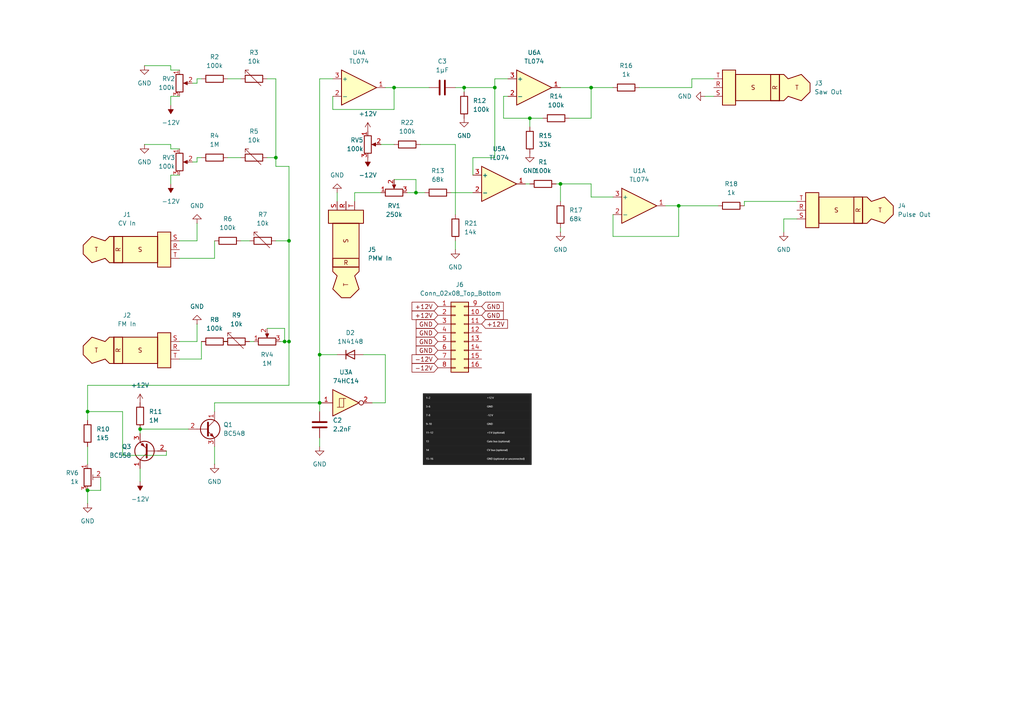
<source format=kicad_sch>
(kicad_sch (version 20250114) (generator "eeschema") (generator_version "9.0")
  (paper "A4")
  (lib_symbols
    (symbol "74xx:74HC14" (pin_names (offset 1.016))
      (property "Reference" "U" (at 0 1.27 0))
      (property "Value" "74HC14" (at 0 -1.27 0))
      (symbol "74HC14_1_0"
        (polyline (pts (xy -3.81 3.81) (xy -3.81 -3.81) (xy 3.81 0) (xy -3.81 3.81)) (stroke (width 0.254)) (fill (type background)))
        (pin input line (at -7.62 0 0) (length 3.81) (name "~") (number "1"))
        (pin output inverted (at 7.62 0 180) (length 3.81) (name "~") (number "2"))
      )
      (symbol "74HC14_1_1"
        (polyline (pts (xy -2.54 -1.27) (xy -0.635 -1.27) (xy -0.635 1.27) (xy 0 1.27)))
        (polyline (pts (xy -1.905 -1.27) (xy -1.905 1.27) (xy -0.635 1.27)))
      )
      (symbol "74HC14_2_0"
        (polyline (pts (xy -3.81 3.81) (xy -3.81 -3.81) (xy 3.81 0) (xy -3.81 3.81)) (stroke (width 0.254)) (fill (type background)))
        (pin input line (at -7.62 0 0) (length 3.81) (name "~") (number "3"))
        (pin output inverted (at 7.62 0 180) (length 3.81) (name "~") (number "4"))
      )
      (symbol "74HC14_2_1"
        (polyline (pts (xy -2.54 -1.27) (xy -0.635 -1.27) (xy -0.635 1.27) (xy 0 1.27)))
        (polyline (pts (xy -1.905 -1.27) (xy -1.905 1.27) (xy -0.635 1.27)))
      )
      (symbol "74HC14_3_0"
        (polyline (pts (xy -3.81 3.81) (xy -3.81 -3.81) (xy 3.81 0) (xy -3.81 3.81)) (stroke (width 0.254)) (fill (type background)))
        (pin input line (at -7.62 0 0) (length 3.81) (name "~") (number "5"))
        (pin output inverted (at 7.62 0 180) (length 3.81) (name "~") (number "6"))
      )
      (symbol "74HC14_3_1"
        (polyline (pts (xy -2.54 -1.27) (xy -0.635 -1.27) (xy -0.635 1.27) (xy 0 1.27)))
        (polyline (pts (xy -1.905 -1.27) (xy -1.905 1.27) (xy -0.635 1.27)))
      )
      (symbol "74HC14_4_0"
        (polyline (pts (xy -3.81 3.81) (xy -3.81 -3.81) (xy 3.81 0) (xy -3.81 3.81)) (stroke (width 0.254)) (fill (type background)))
        (pin input line (at -7.62 0 0) (length 3.81) (name "~") (number "9"))
        (pin output inverted (at 7.62 0 180) (length 3.81) (name "~") (number "8"))
      )
      (symbol "74HC14_4_1"
        (polyline (pts (xy -2.54 -1.27) (xy -0.635 -1.27) (xy -0.635 1.27) (xy 0 1.27)))
        (polyline (pts (xy -1.905 -1.27) (xy -1.905 1.27) (xy -0.635 1.27)))
      )
      (symbol "74HC14_5_0"
        (polyline (pts (xy -3.81 3.81) (xy -3.81 -3.81) (xy 3.81 0) (xy -3.81 3.81)) (stroke (width 0.254)) (fill (type background)))
        (pin input line (at -7.62 0 0) (length 3.81) (name "~") (number "11"))
        (pin output inverted (at 7.62 0 180) (length 3.81) (name "~") (number "10"))
      )
      (symbol "74HC14_5_1"
        (polyline (pts (xy -2.54 -1.27) (xy -0.635 -1.27) (xy -0.635 1.27) (xy 0 1.27)))
        (polyline (pts (xy -1.905 -1.27) (xy -1.905 1.27) (xy -0.635 1.27)))
      )
      (symbol "74HC14_6_0"
        (polyline (pts (xy -3.81 3.81) (xy -3.81 -3.81) (xy 3.81 0) (xy -3.81 3.81)) (stroke (width 0.254)) (fill (type background)))
        (pin input line (at -7.62 0 0) (length 3.81) (name "~") (number "13"))
        (pin output inverted (at 7.62 0 180) (length 3.81) (name "~") (number "12"))
      )
      (symbol "74HC14_6_1"
        (polyline (pts (xy -2.54 -1.27) (xy -0.635 -1.27) (xy -0.635 1.27) (xy 0 1.27)))
        (polyline (pts (xy -1.905 -1.27) (xy -1.905 1.27) (xy -0.635 1.27)))
      )
      (symbol "74HC14_7_0"
        (pin power_in line (at 0 12.7 270) (length 5.08) (name "VCC") (number "14"))
        (pin power_in line (at 0 -12.7 90) (length 5.08) (name "GND") (number "7"))
      )
      (symbol "74HC14_7_1"
        (rectangle (start -5.08 7.62) (end 5.08 -7.62) (stroke (width 0.254)) (fill (type background)))
      )
    )
    (symbol "Amplifier_Operational:TL074" (pin_names (offset 0.127))
      (property "Reference" "U" (at 0 5.08 0))
      (property "Value" "TL074" (at 0 -5.08 0))
      (symbol "TL074_1_1"
        (polyline (pts (xy -5.08 5.08) (xy 5.08 0) (xy -5.08 -5.08) (xy -5.08 5.08)) (stroke (width 0.254)) (fill (type background)))
        (pin input line (at -7.62 2.54 0) (length 2.54) (name "+") (number "3"))
        (pin input line (at -7.62 -2.54 0) (length 2.54) (name "-") (number "2"))
        (pin output line (at 7.62 0 180) (length 2.54) (name "~") (number "1"))
      )
      (symbol "TL074_2_1"
        (polyline (pts (xy -5.08 5.08) (xy 5.08 0) (xy -5.08 -5.08) (xy -5.08 5.08)) (stroke (width 0.254)) (fill (type background)))
        (pin input line (at -7.62 2.54 0) (length 2.54) (name "+") (number "5"))
        (pin input line (at -7.62 -2.54 0) (length 2.54) (name "-") (number "6"))
        (pin output line (at 7.62 0 180) (length 2.54) (name "~") (number "7"))
      )
      (symbol "TL074_3_1"
        (polyline (pts (xy -5.08 5.08) (xy 5.08 0) (xy -5.08 -5.08) (xy -5.08 5.08)) (stroke (width 0.254)) (fill (type background)))
        (pin input line (at -7.62 2.54 0) (length 2.54) (name "+") (number "10"))
        (pin input line (at -7.62 -2.54 0) (length 2.54) (name "-") (number "9"))
        (pin output line (at 7.62 0 180) (length 2.54) (name "~") (number "8"))
      )
      (symbol "TL074_4_1"
        (polyline (pts (xy -5.08 5.08) (xy 5.08 0) (xy -5.08 -5.08) (xy -5.08 5.08)) (stroke (width 0.254)) (fill (type background)))
        (pin input line (at -7.62 2.54 0) (length 2.54) (name "+") (number "12"))
        (pin input line (at -7.62 -2.54 0) (length 2.54) (name "-") (number "13"))
        (pin output line (at 7.62 0 180) (length 2.54) (name "~") (number "14"))
      )
      (symbol "TL074_5_1"
        (pin power_in line (at -2.54 7.62 270) (length 3.81) (name "V+") (number "4"))
        (pin power_in line (at -2.54 -7.62 90) (length 3.81) (name "V-") (number "11"))
      )
    )
    (symbol "Connector_Audio:AudioPlug3"
      (property "Reference" "J" (at 1.27 6.35 0))
      (property "Value" "AudioPlug3" (at 1.27 -6.35 0))
      (symbol "AudioPlug3_0_0"
        (text "R" (at -2.54 0 900) (effects (font (size 1.27 1.27))))
      )
      (symbol "AudioPlug3_0_1"
        (rectangle (start -3.81 3.81) (end -1.27 -3.81) (stroke (width 0.254)))
        (rectangle (start -1.27 -1.27) (end -1.27 -1.27))
      )
      (symbol "AudioPlug3_1_0"
        (text "T" (at -8.89 0 0) (effects (font (size 1.27 1.27))))
        (text "S" (at 3.81 0 0) (effects (font (size 1.27 1.27))))
      )
      (symbol "AudioPlug3_1_1"
        (rectangle (start -3.81 3.81) (end 8.89 -3.81) (stroke (width 0.254)) (fill (type background)))
        (polyline (pts (xy -3.81 3.81) (xy -5.08 3.81) (xy -6.35 2.54) (xy -10.16 3.81) (xy -12.7 1.27) (xy -12.7 -1.27) (xy -10.16 -3.81) (xy -6.35 -2.54) (xy -5.08 -3.81) (xy -3.81 -3.81) (xy -3.81 3.81)) (stroke (width 0.254)) (fill (type background)))
        (rectangle (start 12.7 5.08) (end 8.89 -5.08) (stroke (width 0.254)) (fill (type background)))
        (pin passive line (at 15.24 2.54 180) (length 2.54) (name "~") (number "S"))
        (pin passive line (at 15.24 0 180) (length 2.54) (name "~") (number "R"))
        (pin passive line (at 15.24 -2.54 180) (length 2.54) (name "~") (number "T"))
      )
    )
    (symbol "Connector_Generic:Conn_02x08_Top_Bottom" (pin_names (offset 1.016) (hide yes))
      (property "Reference" "J" (at 1.27 10.16 0))
      (property "Value" "Conn_02x08_Top_Bottom" (at 1.27 -12.7 0))
      (symbol "Conn_02x08_Top_Bottom_1_1"
        (rectangle (start -1.27 8.89) (end 3.81 -11.43) (stroke (width 0.254)) (fill (type background)))
        (rectangle (start -1.27 7.747) (end 0 7.493) (stroke (width 0.1524)))
        (rectangle (start -1.27 5.207) (end 0 4.953) (stroke (width 0.1524)))
        (rectangle (start -1.27 2.667) (end 0 2.413) (stroke (width 0.1524)))
        (rectangle (start -1.27 0.127) (end 0 -0.127) (stroke (width 0.1524)))
        (rectangle (start -1.27 -2.413) (end 0 -2.667) (stroke (width 0.1524)))
        (rectangle (start -1.27 -4.953) (end 0 -5.207) (stroke (width 0.1524)))
        (rectangle (start -1.27 -7.493) (end 0 -7.747) (stroke (width 0.1524)))
        (rectangle (start -1.27 -10.033) (end 0 -10.287) (stroke (width 0.1524)))
        (rectangle (start 3.81 7.747) (end 2.54 7.493) (stroke (width 0.1524)))
        (rectangle (start 3.81 5.207) (end 2.54 4.953) (stroke (width 0.1524)))
        (rectangle (start 3.81 2.667) (end 2.54 2.413) (stroke (width 0.1524)))
        (rectangle (start 3.81 0.127) (end 2.54 -0.127) (stroke (width 0.1524)))
        (rectangle (start 3.81 -2.413) (end 2.54 -2.667) (stroke (width 0.1524)))
        (rectangle (start 3.81 -4.953) (end 2.54 -5.207) (stroke (width 0.1524)))
        (rectangle (start 3.81 -7.493) (end 2.54 -7.747) (stroke (width 0.1524)))
        (rectangle (start 3.81 -10.033) (end 2.54 -10.287) (stroke (width 0.1524)))
        (pin passive line (at -5.08 7.62 0) (length 3.81) (name "Pin_1") (number "1"))
        (pin passive line (at -5.08 5.08 0) (length 3.81) (name "Pin_2") (number "2"))
        (pin passive line (at -5.08 2.54 0) (length 3.81) (name "Pin_3") (number "3"))
        (pin passive line (at -5.08 0 0) (length 3.81) (name "Pin_4") (number "4"))
        (pin passive line (at -5.08 -2.54 0) (length 3.81) (name "Pin_5") (number "5"))
        (pin passive line (at -5.08 -5.08 0) (length 3.81) (name "Pin_6") (number "6"))
        (pin passive line (at -5.08 -7.62 0) (length 3.81) (name "Pin_7") (number "7"))
        (pin passive line (at -5.08 -10.16 0) (length 3.81) (name "Pin_8") (number "8"))
        (pin passive line (at 7.62 7.62 180) (length 3.81) (name "Pin_9") (number "9"))
        (pin passive line (at 7.62 5.08 180) (length 3.81) (name "Pin_10") (number "10"))
        (pin passive line (at 7.62 2.54 180) (length 3.81) (name "Pin_11") (number "11"))
        (pin passive line (at 7.62 0 180) (length 3.81) (name "Pin_12") (number "12"))
        (pin passive line (at 7.62 -2.54 180) (length 3.81) (name "Pin_13") (number "13"))
        (pin passive line (at 7.62 -5.08 180) (length 3.81) (name "Pin_14") (number "14"))
        (pin passive line (at 7.62 -7.62 180) (length 3.81) (name "Pin_15") (number "15"))
        (pin passive line (at 7.62 -10.16 180) (length 3.81) (name "Pin_16") (number "16"))
      )
    )
    (symbol "Device:C" (pin_numbers (hide yes)) (pin_names (offset 0.254))
      (property "Reference" "C" (at 0.635 2.54 0))
      (property "Value" "C" (at 0.635 -2.54 0))
      (symbol "C_0_1"
        (polyline (pts (xy -2.032 0.762) (xy 2.032 0.762)) (stroke (width 0.508)))
        (polyline (pts (xy -2.032 -0.762) (xy 2.032 -0.762)) (stroke (width 0.508)))
      )
      (symbol "C_1_1"
        (pin passive line (at 0 3.81 270) (length 2.794) (name "~") (number "1"))
        (pin passive line (at 0 -3.81 90) (length 2.794) (name "~") (number "2"))
      )
    )
    (symbol "Device:R" (pin_numbers (hide yes)) (pin_names (offset 0))
      (property "Reference" "R" (at 2.032 0 90))
      (property "Value" "R" (at 0 0 90))
      (symbol "R_0_1"
        (rectangle (start -1.016 -2.54) (end 1.016 2.54) (stroke (width 0.254)))
      )
      (symbol "R_1_1"
        (pin passive line (at 0 3.81 270) (length 1.27) (name "~") (number "1"))
        (pin passive line (at 0 -3.81 90) (length 1.27) (name "~") (number "2"))
      )
    )
    (symbol "Device:R_Potentiometer" (pin_names (offset 1.016) (hide yes))
      (property "Reference" "RV" (at -4.445 0 90))
      (property "Value" "R_Potentiometer" (at -2.54 0 90))
      (symbol "R_Potentiometer_0_1"
        (rectangle (start 1.016 2.54) (end -1.016 -2.54) (stroke (width 0.254)))
        (polyline (pts (xy 1.143 0) (xy 2.286 0.508) (xy 2.286 -0.508) (xy 1.143 0)) (fill (type outline)))
        (polyline (pts (xy 2.54 0) (xy 1.524 0)))
      )
      (symbol "R_Potentiometer_1_1"
        (pin passive line (at 0 3.81 270) (length 1.27) (name "1") (number "1"))
        (pin passive line (at 0 -3.81 90) (length 1.27) (name "3") (number "3"))
        (pin passive line (at 3.81 0 180) (length 1.27) (name "2") (number "2"))
      )
    )
    (symbol "Device:R_Potentiometer_Trim" (pin_names (offset 1.016) (hide yes))
      (property "Reference" "RV" (at -4.445 0 90))
      (property "Value" "R_Potentiometer_Trim" (at -2.54 0 90))
      (symbol "R_Potentiometer_Trim_0_1"
        (rectangle (start 1.016 2.54) (end -1.016 -2.54) (stroke (width 0.254)))
        (polyline (pts (xy 1.524 0.762) (xy 1.524 -0.762)))
        (polyline (pts (xy 2.54 0) (xy 1.524 0)))
      )
      (symbol "R_Potentiometer_Trim_1_1"
        (pin passive line (at 0 3.81 270) (length 1.27) (name "1") (number "1"))
        (pin passive line (at 0 -3.81 90) (length 1.27) (name "3") (number "3"))
        (pin passive line (at 3.81 0 180) (length 1.27) (name "2") (number "2"))
      )
    )
    (symbol "Device:R_Variable" (pin_numbers (hide yes)) (pin_names (offset 0))
      (property "Reference" "R" (at 2.54 -2.54 90))
      (property "Value" "R_Variable" (at -2.54 -1.27 90))
      (symbol "R_Variable_0_1"
        (rectangle (start -1.016 -2.54) (end 1.016 2.54) (stroke (width 0.254)))
        (polyline (pts (xy 2.54 1.524) (xy 2.54 2.54) (xy 1.524 2.54) (xy 2.54 2.54) (xy -2.032 -2.032)))
      )
      (symbol "R_Variable_1_1"
        (pin passive line (at 0 3.81 270) (length 1.27) (name "~") (number "1"))
        (pin passive line (at 0 -3.81 90) (length 1.27) (name "~") (number "2"))
      )
    )
    (symbol "Diode:1N4148" (pin_numbers (hide yes)) (pin_names (hide yes))
      (property "Reference" "D" (at 0 2.54 0))
      (property "Value" "1N4148" (at 0 -2.54 0))
      (symbol "1N4148_0_1"
        (polyline (pts (xy -1.27 1.27) (xy -1.27 -1.27)) (stroke (width 0.254)))
        (polyline (pts (xy 1.27 1.27) (xy 1.27 -1.27) (xy -1.27 0) (xy 1.27 1.27)) (stroke (width 0.254)))
        (polyline (pts (xy 1.27 0) (xy -1.27 0)))
      )
      (symbol "1N4148_1_1"
        (pin passive line (at -3.81 0 0) (length 2.54) (name "K") (number "1"))
        (pin passive line (at 3.81 0 180) (length 2.54) (name "A") (number "2"))
      )
    )
    (symbol "Transistor_BJT:BC548" (pin_names (offset 0) (hide yes))
      (property "Reference" "Q" (at 5.08 1.905 0))
      (property "Value" "BC548" (at 5.08 0 0))
      (symbol "BC548_0_1"
        (polyline (pts (xy -2.54 0) (xy 0.635 0)))
        (polyline (pts (xy 0.635 1.905) (xy 0.635 -1.905)) (stroke (width 0.508)))
        (circle (center 1.27 0) (radius 2.8194) (stroke (width 0.254)))
      )
      (symbol "BC548_1_1"
        (polyline (pts (xy 0.635 0.635) (xy 2.54 2.54)))
        (polyline (pts (xy 0.635 -0.635) (xy 2.54 -2.54)))
        (polyline (pts (xy 1.27 -1.778) (xy 1.778 -1.27) (xy 2.286 -2.286) (xy 1.27 -1.778)) (fill (type outline)))
        (pin input line (at -5.08 0 0) (length 2.54) (name "B") (number "2"))
        (pin passive line (at 2.54 5.08 270) (length 2.54) (name "C") (number "1"))
        (pin passive line (at 2.54 -5.08 90) (length 2.54) (name "E") (number "3"))
      )
    )
    (symbol "Transistor_BJT:BC558" (pin_names (offset 0) (hide yes))
      (property "Reference" "Q" (at 5.08 1.905 0))
      (property "Value" "BC558" (at 5.08 0 0))
      (symbol "BC558_0_1"
        (polyline (pts (xy -2.54 0) (xy 0.635 0)))
        (polyline (pts (xy 0.635 1.905) (xy 0.635 -1.905)) (stroke (width 0.508)))
        (polyline (pts (xy 0.635 0.635) (xy 2.54 2.54)))
        (polyline (pts (xy 0.635 -0.635) (xy 2.54 -2.54)))
        (circle (center 1.27 0) (radius 2.8194) (stroke (width 0.254)))
        (polyline (pts (xy 2.286 -1.778) (xy 1.778 -2.286) (xy 1.27 -1.27) (xy 2.286 -1.778)) (fill (type outline)))
      )
      (symbol "BC558_1_1"
        (pin input line (at -5.08 0 0) (length 2.54) (name "B") (number "2"))
        (pin passive line (at 2.54 5.08 270) (length 2.54) (name "C") (number "1"))
        (pin passive line (at 2.54 -5.08 90) (length 2.54) (name "E") (number "3"))
      )
    )
    (symbol "power:+12V" (power) (pin_numbers (hide yes)) (pin_names (offset 0) (hide yes))
      (property "Value" "+12V" (at 0 3.556 0))
      (symbol "+12V_0_1"
        (polyline (pts (xy -0.762 1.27) (xy 0 2.54)))
        (polyline (pts (xy 0 2.54) (xy 0.762 1.27)))
        (polyline (pts (xy 0 0) (xy 0 2.54)))
      )
      (symbol "+12V_1_1"
        (pin power_in line (at 0 0 90) (length 0) (name "~") (number "1"))
      )
    )
    (symbol "power:-12V" (power) (pin_numbers (hide yes)) (pin_names (offset 0) (hide yes))
      (property "Value" "-12V" (at 0 3.556 0))
      (symbol "-12V_0_0"
        (pin power_in line (at 0 0 90) (length 0) (name "~") (number "1"))
      )
      (symbol "-12V_0_1"
        (polyline (pts (xy 0 0) (xy 0 1.27) (xy 0.762 1.27) (xy 0 2.54) (xy -0.762 1.27) (xy 0 1.27)) (fill (type outline)))
      )
    )
    (symbol "power:GND" (power) (pin_numbers (hide yes)) (pin_names (offset 0) (hide yes))
      (property "Value" "GND" (at 0 -3.81 0))
      (symbol "GND_0_1"
        (polyline (pts (xy 0 0) (xy 0 -1.27) (xy 1.27 -1.27) (xy 0 -2.54) (xy -1.27 -1.27) (xy 0 -1.27)))
      )
      (symbol "GND_1_1"
        (pin power_in line (at 0 0 270) (length 0) (name "~") (number "1"))
      )
    )
  )
  (junction (at 92.71 116.84))
  (junction (at 92.71 102.87))
  (junction (at 171.45 25.4))
  (junction (at 83.82 69.85))
  (junction (at 120.65 55.88))
  (junction (at 153.67 34.29))
  (junction (at 83.82 99.06))
  (junction (at 40.64 124.46))
  (junction (at 82.55 99.06))
  (junction (at 114.3 25.4))
  (junction (at 143.51 25.4))
  (junction (at 25.4 142.24))
  (junction (at 196.85 59.69))
  (junction (at 80.01 45.72))
  (junction (at 162.56 53.34))
  (junction (at 134.62 25.4))
  (junction (at 25.4 119.38))
  (wire (pts (xy 69.85 69.85) (xy 72.39 69.85)))
  (wire (pts (xy 96.52 31.75) (xy 114.3 31.75)))
  (wire (pts (xy 162.56 53.34) (xy 171.45 53.34)))
  (wire (pts (xy 92.71 22.86) (xy 92.71 102.87)))
  (wire (pts (xy 137.16 45.72) (xy 143.51 45.72)))
  (wire (pts (xy 66.04 99.06) (xy 64.77 99.06)))
  (wire (pts (xy 40.64 124.46) (xy 54.61 124.46)))
  (wire (pts (xy 114.3 25.4) (xy 124.46 25.4)))
  (wire (pts (xy 111.76 25.4) (xy 114.3 25.4)))
  (wire (pts (xy 137.16 45.72) (xy 137.16 50.8)))
  (wire (pts (xy 48.26 132.08) (xy 48.26 130.81)))
  (wire (pts (xy 153.67 34.29) (xy 153.67 36.83)))
  (wire (pts (xy 120.65 55.88) (xy 123.19 55.88)))
  (wire (pts (xy 177.8 62.23) (xy 177.8 68.58)))
  (wire (pts (xy 35.56 119.38) (xy 35.56 132.08)))
  (wire (pts (xy 83.82 99.06) (xy 83.82 111.76)))
  (wire (pts (xy 96.52 27.94) (xy 96.52 31.75)))
  (wire (pts (xy 25.4 142.24) (xy 29.21 142.24)))
  (wire (pts (xy 52.07 99.06) (xy 57.15 99.06)))
  (wire (pts (xy 196.85 59.69) (xy 208.28 59.69)))
  (wire (pts (xy 152.4 53.34) (xy 153.67 53.34)))
  (wire (pts (xy 66.04 45.72) (xy 69.85 45.72)))
  (wire (pts (xy 57.15 64.77) (xy 57.15 69.85)))
  (wire (pts (xy 49.53 27.94) (xy 49.53 30.48)))
  (wire (pts (xy 49.53 43.18) (xy 52.07 43.18)))
  (wire (pts (xy 40.64 124.46) (xy 40.64 125.73)))
  (wire (pts (xy 143.51 25.4) (xy 143.51 45.72)))
  (wire (pts (xy 162.56 53.34) (xy 162.56 58.42)))
  (wire (pts (xy 110.49 41.91) (xy 114.3 41.91)))
  (wire (pts (xy 193.04 59.69) (xy 196.85 59.69)))
  (wire (pts (xy 120.65 55.88) (xy 120.65 52.07)))
  (wire (pts (xy 200.66 22.86) (xy 207.01 22.86)))
  (wire (pts (xy 132.08 41.91) (xy 132.08 62.23)))
  (wire (pts (xy 134.62 25.4) (xy 134.62 26.67)))
  (wire (pts (xy 83.82 48.26) (xy 80.01 48.26)))
  (wire (pts (xy 29.21 142.24) (xy 29.21 138.43)))
  (wire (pts (xy 25.4 111.76) (xy 25.4 119.38)))
  (wire (pts (xy 97.79 102.87) (xy 92.71 102.87)))
  (wire (pts (xy 161.29 53.34) (xy 162.56 53.34)))
  (wire (pts (xy 80.01 69.85) (xy 83.82 69.85)))
  (wire (pts (xy 62.23 119.38) (xy 62.23 116.84)))
  (wire (pts (xy 177.8 68.58) (xy 196.85 68.58)))
  (wire (pts (xy 97.79 55.88) (xy 97.79 58.42)))
  (wire (pts (xy 52.07 69.85) (xy 57.15 69.85)))
  (wire (pts (xy 92.71 116.84) (xy 92.71 119.38)))
  (wire (pts (xy 57.15 45.72) (xy 58.42 45.72)))
  (wire (pts (xy 102.87 58.42) (xy 102.87 55.88)))
  (wire (pts (xy 58.42 104.14) (xy 58.42 99.06)))
  (wire (pts (xy 171.45 25.4) (xy 177.8 25.4)))
  (wire (pts (xy 83.82 69.85) (xy 83.82 99.06)))
  (wire (pts (xy 185.42 25.4) (xy 200.66 25.4)))
  (wire (pts (xy 92.71 127) (xy 92.71 129.54)))
  (wire (pts (xy 111.76 116.84) (xy 111.76 102.87)))
  (wire (pts (xy 25.4 119.38) (xy 35.56 119.38)))
  (wire (pts (xy 57.15 93.98) (xy 57.15 99.06)))
  (wire (pts (xy 153.67 34.29) (xy 157.48 34.29)))
  (wire (pts (xy 111.76 102.87) (xy 105.41 102.87)))
  (wire (pts (xy 215.9 58.42) (xy 231.14 58.42)))
  (wire (pts (xy 204.47 27.94) (xy 207.01 27.94)))
  (wire (pts (xy 57.15 46.99) (xy 57.15 45.72)))
  (wire (pts (xy 55.88 24.13) (xy 57.15 24.13)))
  (wire (pts (xy 171.45 34.29) (xy 171.45 25.4)))
  (wire (pts (xy 62.23 116.84) (xy 92.71 116.84)))
  (wire (pts (xy 143.51 25.4) (xy 143.51 22.86)))
  (wire (pts (xy 40.64 135.89) (xy 40.64 139.7)))
  (wire (pts (xy 25.4 129.54) (xy 25.4 134.62)))
  (wire (pts (xy 92.71 102.87) (xy 92.71 116.84)))
  (wire (pts (xy 25.4 142.24) (xy 25.4 146.05)))
  (wire (pts (xy 200.66 25.4) (xy 200.66 22.86)))
  (wire (pts (xy 227.33 63.5) (xy 227.33 67.31)))
  (wire (pts (xy 130.81 55.88) (xy 137.16 55.88)))
  (wire (pts (xy 80.01 48.26) (xy 80.01 45.72)))
  (wire (pts (xy 215.9 59.69) (xy 215.9 58.42)))
  (wire (pts (xy 83.82 48.26) (xy 83.82 69.85)))
  (wire (pts (xy 143.51 22.86) (xy 147.32 22.86)))
  (wire (pts (xy 114.3 31.75) (xy 114.3 25.4)))
  (wire (pts (xy 49.53 43.18) (xy 49.53 41.91)))
  (wire (pts (xy 77.47 22.86) (xy 80.01 22.86)))
  (wire (pts (xy 171.45 57.15) (xy 177.8 57.15)))
  (wire (pts (xy 77.47 45.72) (xy 80.01 45.72)))
  (wire (pts (xy 49.53 41.91) (xy 41.91 41.91)))
  (wire (pts (xy 82.55 99.06) (xy 82.55 95.25)))
  (wire (pts (xy 52.07 27.94) (xy 49.53 27.94)))
  (wire (pts (xy 118.11 55.88) (xy 120.65 55.88)))
  (wire (pts (xy 62.23 74.93) (xy 62.23 69.85)))
  (wire (pts (xy 146.05 34.29) (xy 153.67 34.29)))
  (wire (pts (xy 146.05 27.94) (xy 146.05 34.29)))
  (wire (pts (xy 57.15 22.86) (xy 58.42 22.86)))
  (wire (pts (xy 72.39 99.06) (xy 73.66 99.06)))
  (wire (pts (xy 52.07 74.93) (xy 62.23 74.93)))
  (wire (pts (xy 92.71 22.86) (xy 96.52 22.86)))
  (wire (pts (xy 49.53 20.32) (xy 52.07 20.32)))
  (wire (pts (xy 102.87 55.88) (xy 110.49 55.88)))
  (wire (pts (xy 82.55 95.25) (xy 77.47 95.25)))
  (wire (pts (xy 25.4 119.38) (xy 25.4 121.92)))
  (wire (pts (xy 134.62 25.4) (xy 143.51 25.4)))
  (wire (pts (xy 66.04 22.86) (xy 69.85 22.86)))
  (wire (pts (xy 196.85 59.69) (xy 196.85 68.58)))
  (wire (pts (xy 49.53 20.32) (xy 49.53 19.05)))
  (wire (pts (xy 231.14 63.5) (xy 227.33 63.5)))
  (wire (pts (xy 147.32 27.94) (xy 146.05 27.94)))
  (wire (pts (xy 55.88 46.99) (xy 57.15 46.99)))
  (wire (pts (xy 162.56 25.4) (xy 171.45 25.4)))
  (wire (pts (xy 165.1 34.29) (xy 171.45 34.29)))
  (wire (pts (xy 162.56 66.04) (xy 162.56 67.31)))
  (wire (pts (xy 52.07 50.8) (xy 49.53 50.8)))
  (wire (pts (xy 62.23 129.54) (xy 62.23 134.62)))
  (wire (pts (xy 121.92 41.91) (xy 132.08 41.91)))
  (wire (pts (xy 120.65 52.07) (xy 114.3 52.07)))
  (wire (pts (xy 25.4 111.76) (xy 83.82 111.76)))
  (wire (pts (xy 35.56 132.08) (xy 48.26 132.08)))
  (wire (pts (xy 107.95 116.84) (xy 111.76 116.84)))
  (wire (pts (xy 82.55 99.06) (xy 83.82 99.06)))
  (wire (pts (xy 81.28 99.06) (xy 82.55 99.06)))
  (wire (pts (xy 171.45 53.34) (xy 171.45 57.15)))
  (wire (pts (xy 132.08 25.4) (xy 134.62 25.4)))
  (wire (pts (xy 49.53 19.05) (xy 41.91 19.05)))
  (wire (pts (xy 57.15 24.13) (xy 57.15 22.86)))
  (wire (pts (xy 49.53 50.8) (xy 49.53 53.34)))
  (wire (pts (xy 132.08 69.85) (xy 132.08 72.39)))
  (wire (pts (xy 80.01 22.86) (xy 80.01 45.72)))
  (wire (pts (xy 52.07 104.14) (xy 58.42 104.14)))
  (image (at 138.43 124.46) (scale 0.207681))
  (global_label "-12V" (shape input) (at 127 106.68 180) (property "Intersheetrefs" "${INTERSHEET_REFS}" (effects (hide yes))))
  (global_label "+12V" (shape input) (at 139.7 93.98 0) (property "Intersheetrefs" "${INTERSHEET_REFS}" (effects (hide yes))))
  (global_label "-12V" (shape input) (at 127 104.14 180) (property "Intersheetrefs" "${INTERSHEET_REFS}" (effects (hide yes))))
  (global_label "GND" (shape input) (at 139.7 88.9 0) (property "Intersheetrefs" "${INTERSHEET_REFS}" (effects (hide yes))))
  (global_label "GND" (shape input) (at 127 96.52 180) (property "Intersheetrefs" "${INTERSHEET_REFS}" (effects (hide yes))))
  (global_label "GND" (shape input) (at 127 99.06 180) (property "Intersheetrefs" "${INTERSHEET_REFS}" (effects (hide yes))))
  (global_label "GND" (shape input) (at 127 93.98 180) (property "Intersheetrefs" "${INTERSHEET_REFS}" (effects (hide yes))))
  (global_label "GND" (shape input) (at 139.7 91.44 0) (property "Intersheetrefs" "${INTERSHEET_REFS}" (effects (hide yes))))
  (global_label "+12V" (shape input) (at 127 88.9 180) (property "Intersheetrefs" "${INTERSHEET_REFS}" (effects (hide yes))))
  (global_label "GND" (shape input) (at 127 101.6 180) (property "Intersheetrefs" "${INTERSHEET_REFS}" (effects (hide yes))))
  (global_label "+12V" (shape input) (at 127 91.44 180) (property "Intersheetrefs" "${INTERSHEET_REFS}" (effects (hide yes))))
  (symbol (lib_id "power:+12V") (at 40.64 116.84 0) (unit 1)
    (property "Reference" "#PWR08" (effects (hide yes)))
    (property "Value" "+12V" (at 40.64 111.76 0))
    (property "Description" "Power symbol creates a global label with name \"+12V\"" (effects (hide yes)))
  )
  (symbol (lib_id "Device:R") (at 181.61 25.4 90) (unit 1)
    (property "Reference" "R16" (at 181.61 19.05 90))
    (property "Value" "1k" (at 181.61 21.59 90))
    (property "Footprint" "Resistor_THT:R_Axial_DIN0207_L6.3mm_D2.5mm_P7.62mm_Horizontal" (effects (hide yes)))
    (property "Description" "Resistor" (effects (hide yes)))
  )
  (symbol (lib_id "power:GND") (at 62.23 134.62 0) (unit 1)
    (property "Reference" "#PWR010" (effects (hide yes)))
    (property "Value" "GND" (at 62.23 139.7 0))
    (property "Description" "Power symbol creates a global label with name \"GND\" , ground" (effects (hide yes)))
  )
  (symbol (lib_id "power:GND") (at 25.4 146.05 0) (unit 1)
    (property "Reference" "#PWR020" (effects (hide yes)))
    (property "Value" "GND" (at 25.4 151.13 0))
    (property "Description" "Power symbol creates a global label with name \"GND\" , ground" (effects (hide yes)))
  )
  (symbol (lib_id "Device:R") (at 25.4 125.73 180) (unit 1)
    (property "Reference" "R10" (at 27.94 124.4599 0) (effects (justify right)))
    (property "Value" "1k5" (at 27.94 126.9999 0) (effects (justify right)))
    (property "Footprint" "Resistor_THT:R_Axial_DIN0207_L6.3mm_D2.5mm_P7.62mm_Horizontal" (effects (hide yes)))
    (property "Description" "Resistor" (effects (hide yes)))
  )
  (symbol (lib_id "74xx:74HC14") (at 100.33 116.84 0) (unit 1)
    (property "Reference" "U3" (at 100.33 107.95 0))
    (property "Value" "74HC14" (at 100.33 110.49 0))
    (property "Footprint" "Package_DIP:DIP-14_W7.62mm" (effects (hide yes)))
    (property "Datasheet" "http://www.ti.com/lit/gpn/sn74HC14" (effects (hide yes)))
    (property "Description" "Hex inverter schmitt trigger" (effects (hide yes)))
  )
  (symbol (lib_id "power:GND") (at 57.15 64.77 180) (unit 1)
    (property "Reference" "#PWR06" (effects (hide yes)))
    (property "Value" "GND" (at 57.15 59.69 0))
    (property "Description" "Power symbol creates a global label with name \"GND\" , ground" (effects (hide yes)))
  )
  (symbol (lib_id "power:GND") (at 227.33 67.31 0) (unit 1)
    (property "Reference" "#PWR019" (effects (hide yes)))
    (property "Value" "GND" (at 227.33 72.39 0))
    (property "Description" "Power symbol creates a global label with name \"GND\" , ground" (effects (hide yes)))
  )
  (symbol (lib_id "Device:R_Variable") (at 76.2 69.85 90) (unit 1)
    (property "Reference" "R7" (at 76.2 62.23 90))
    (property "Value" "10k" (at 76.2 64.77 90))
    (property "Footprint" "Resistor_THT:R_Axial_DIN0207_L6.3mm_D2.5mm_P7.62mm_Horizontal" (effects (hide yes)))
    (property "Description" "Variable resistor" (effects (hide yes)))
  )
  (symbol (lib_id "Connector_Audio:AudioPlug3") (at 222.25 25.4 180) (unit 1)
    (property "Reference" "J3" (at 236.22 24.1299 0) (effects (justify right)))
    (property "Value" "Saw Out" (at 236.22 26.6699 0) (effects (justify right)))
    (property "Footprint" "Connector_Audio:Jack_3.5mm_QingPu_WQP-PJ398SM_Vertical_CircularHoles" (effects (hide yes)))
    (property "Description" "Audio Jack, 3 Poles (Stereo / TRS)" (effects (hide yes)))
  )
  (symbol (lib_id "Device:R_Potentiometer") (at 114.3 55.88 90) (unit 1)
    (property "Reference" "RV1" (at 114.3 59.69 90))
    (property "Value" "250k" (at 114.3 62.23 90))
    (property "Footprint" "Potentiometer_THT:Potentiometer_Alpha_RD901F-40-00D_Single_Vertical" (effects (hide yes)))
    (property "Description" "Potentiometer" (effects (hide yes)))
  )
  (symbol (lib_id "power:GND") (at 204.47 27.94 270) (unit 1)
    (property "Reference" "#PWR015" (effects (hide yes)))
    (property "Value" "GND" (at 200.66 27.9399 90) (effects (justify right)))
    (property "Description" "Power symbol creates a global label with name \"GND\" , ground" (effects (hide yes)))
  )
  (symbol (lib_id "Device:R") (at 66.04 69.85 90) (unit 1)
    (property "Reference" "R6" (at 66.04 63.5 90))
    (property "Value" "100k" (at 66.04 66.04 90))
    (property "Footprint" "Resistor_THT:R_Axial_DIN0207_L6.3mm_D2.5mm_P7.62mm_Horizontal" (effects (hide yes)))
    (property "Description" "Resistor" (effects (hide yes)))
  )
  (symbol (lib_id "Transistor_BJT:BC558") (at 43.18 130.81 180) (unit 1)
    (property "Reference" "Q3" (at 38.1 129.5399 0) (effects (justify left)))
    (property "Value" "BC558" (at 38.1 132.0799 0) (effects (justify left)))
    (property "Footprint" "Package_TO_SOT_THT:TO-92_Inline" (effects (hide yes)))
    (property "Datasheet" "https://www.onsemi.com/pub/Collateral/BC556BTA-D.pdf" (effects (hide yes)))
    (property "Description" "0.1A Ic, 30V Vce, PNP Small Signal Transistor, TO-92" (effects (hide yes)))
  )
  (symbol (lib_id "Connector_Audio:AudioPlug3") (at 36.83 72.39 0) (unit 1)
    (property "Reference" "J1" (at 36.83 62.23 0))
    (property "Value" "CV In" (at 36.83 64.77 0))
    (property "Footprint" "Connector_Audio:Jack_3.5mm_QingPu_WQP-PJ398SM_Vertical_CircularHoles" (effects (hide yes)))
    (property "Description" "Audio Jack, 3 Poles (Stereo / TRS)" (effects (hide yes)))
  )
  (symbol (lib_id "Device:R") (at 62.23 22.86 90) (unit 1)
    (property "Reference" "R2" (at 62.23 16.51 90))
    (property "Value" "100k" (at 62.23 19.05 90))
    (property "Footprint" "Resistor_THT:R_Axial_DIN0207_L6.3mm_D2.5mm_P7.62mm_Horizontal" (effects (hide yes)))
    (property "Description" "Resistor" (effects (hide yes)))
  )
  (symbol (lib_id "Connector_Generic:Conn_02x08_Top_Bottom") (at 132.08 96.52 0) (unit 1)
    (property "Reference" "J6" (at 133.35 82.55 0))
    (property "Value" "Conn_02x08_Top_Bottom" (at 133.604 85.09 0))
    (property "Footprint" "Connector_IDC:IDC-Header_2x08_P2.54mm_Vertical" (effects (hide yes)))
    (property "Description" "Generic connector, double row, 02x08, top/bottom pin numbering scheme (row 1: 1...pins_per_row, row2: pins_per_row+1 ... num_pins), script generated (kicad-library-utils/schlib/autogen/connector/)" (effects (hide yes)))
  )
  (symbol (lib_id "Device:R") (at 134.62 30.48 180) (unit 1)
    (property "Reference" "R12" (at 137.16 29.2099 0) (effects (justify right)))
    (property "Value" "100k" (at 137.16 31.7499 0) (effects (justify right)))
    (property "Footprint" "Resistor_THT:R_Axial_DIN0207_L6.3mm_D2.5mm_P7.62mm_Horizontal" (effects (hide yes)))
    (property "Description" "Resistor" (effects (hide yes)))
  )
  (symbol (lib_id "Device:R") (at 157.48 53.34 270) (unit 1)
    (property "Reference" "R1" (at 157.48 46.99 90))
    (property "Value" "100k" (at 157.48 49.53 90))
    (property "Footprint" "Resistor_THT:R_Axial_DIN0207_L6.3mm_D2.5mm_P7.62mm_Horizontal" (effects (hide yes)))
    (property "Description" "Resistor" (effects (hide yes)))
  )
  (symbol (lib_id "Device:R") (at 161.29 34.29 90) (unit 1)
    (property "Reference" "R14" (at 161.29 27.94 90))
    (property "Value" "100k" (at 161.29 30.48 90))
    (property "Footprint" "Resistor_THT:R_Axial_DIN0207_L6.3mm_D2.5mm_P7.62mm_Horizontal" (effects (hide yes)))
    (property "Description" "Resistor" (effects (hide yes)))
  )
  (symbol (lib_id "power:GND") (at 134.62 34.29 0) (unit 1)
    (property "Reference" "#PWR012" (effects (hide yes)))
    (property "Value" "GND" (at 134.62 39.37 0))
    (property "Description" "Power symbol creates a global label with name \"GND\" , ground" (effects (hide yes)))
  )
  (symbol (lib_id "Device:R_Variable") (at 73.66 22.86 90) (unit 1)
    (property "Reference" "R3" (at 73.66 15.24 90))
    (property "Value" "10k" (at 73.66 17.78 90))
    (property "Footprint" "Resistor_THT:R_Axial_DIN0207_L6.3mm_D2.5mm_P7.62mm_Horizontal" (effects (hide yes)))
    (property "Description" "Variable resistor" (effects (hide yes)))
  )
  (symbol (lib_id "Device:R") (at 132.08 66.04 0) (unit 1)
    (property "Reference" "R21" (at 134.62 64.7699 0) (effects (justify left)))
    (property "Value" "14k" (at 134.62 67.3099 0) (effects (justify left)))
    (property "Footprint" "Resistor_THT:R_Axial_DIN0207_L6.3mm_D2.5mm_P7.62mm_Horizontal" (effects (hide yes)))
    (property "Description" "Resistor" (effects (hide yes)))
  )
  (symbol (lib_id "Connector_Audio:AudioPlug3") (at 100.33 73.66 90) (unit 1)
    (property "Reference" "J5" (at 106.68 72.3899 90) (effects (justify right)))
    (property "Value" "PMW In" (at 106.68 74.9299 90) (effects (justify right)))
    (property "Footprint" "Connector_Audio:Jack_3.5mm_QingPu_WQP-PJ398SM_Vertical_CircularHoles" (effects (hide yes)))
    (property "Description" "Audio Jack, 3 Poles (Stereo / TRS)" (effects (hide yes)))
  )
  (symbol (lib_id "Device:R") (at 153.67 40.64 180) (unit 1)
    (property "Reference" "R15" (at 156.21 39.3699 0) (effects (justify right)))
    (property "Value" "33k" (at 156.21 41.9099 0) (effects (justify right)))
    (property "Footprint" "Resistor_THT:R_Axial_DIN0207_L6.3mm_D2.5mm_P7.62mm_Horizontal" (effects (hide yes)))
    (property "Description" "Resistor" (effects (hide yes)))
  )
  (symbol (lib_id "Connector_Audio:AudioPlug3") (at 246.38 60.96 180) (unit 1)
    (property "Reference" "J4" (at 260.35 59.6899 0) (effects (justify right)))
    (property "Value" "Pulse Out" (at 260.35 62.2299 0) (effects (justify right)))
    (property "Footprint" "Connector_Audio:Jack_3.5mm_QingPu_WQP-PJ398SM_Vertical_CircularHoles" (effects (hide yes)))
    (property "Description" "Audio Jack, 3 Poles (Stereo / TRS)" (effects (hide yes)))
  )
  (symbol (lib_id "Diode:1N4148") (at 101.6 102.87 0) (unit 1)
    (property "Reference" "D2" (at 101.6 96.52 0))
    (property "Value" "1N4148" (at 101.6 99.06 0))
    (property "Footprint" "Diode_THT:D_DO-35_SOD27_P7.62mm_Horizontal" (effects (hide yes)))
    (property "Datasheet" "https://assets.nexperia.com/documents/data-sheet/1N4148_1N4448.pdf" (effects (hide yes)))
    (property "Description" "100V 0.15A standard switching diode, DO-35" (effects (hide yes)))
    (property "Sim.Device" "D" (effects (hide yes)))
    (property "Sim.Pins" "1=K 2=A" (effects (hide yes)))
  )
  (symbol (lib_id "Device:R_Potentiometer") (at 77.47 99.06 90) (unit 1)
    (property "Reference" "RV4" (at 77.47 102.87 90))
    (property "Value" "1M" (at 77.47 105.41 90))
    (property "Footprint" "Potentiometer_THT:Potentiometer_Alpha_RD901F-40-00D_Single_Vertical" (effects (hide yes)))
    (property "Description" "Potentiometer" (effects (hide yes)))
  )
  (symbol (lib_id "Device:C") (at 92.71 123.19 0) (unit 1)
    (property "Reference" "C2" (at 96.52 121.9199 0) (effects (justify left)))
    (property "Value" "2.2nF" (at 96.52 124.4599 0) (effects (justify left)))
    (property "Footprint" "Capacitor_THT:C_Disc_D5.0mm_W2.5mm_P5.00mm" (effects (hide yes)))
    (property "Description" "Unpolarized capacitor" (effects (hide yes)))
  )
  (symbol (lib_id "power:GND") (at 41.91 41.91 0) (unit 1)
    (property "Reference" "#PWR04" (effects (hide yes)))
    (property "Value" "GND" (at 41.91 46.99 0))
    (property "Description" "Power symbol creates a global label with name \"GND\" , ground" (effects (hide yes)))
  )
  (symbol (lib_id "Device:R_Potentiometer") (at 52.07 24.13 0) (unit 1)
    (property "Reference" "RV2" (at 50.8 22.8599 0) (effects (justify right)))
    (property "Value" "100k" (at 50.8 25.3999 0) (effects (justify right)))
    (property "Footprint" "Potentiometer_THT:Potentiometer_Alpha_RD901F-40-00D_Single_Vertical" (effects (hide yes)))
    (property "Datasheet" "100k" (effects (hide yes)))
    (property "Description" "Potentiometer" (effects (hide yes)))
  )
  (symbol (lib_id "Device:R") (at 62.23 99.06 90) (unit 1)
    (property "Reference" "R8" (at 62.23 92.71 90))
    (property "Value" "100k" (at 62.23 95.25 90))
    (property "Footprint" "Resistor_THT:R_Axial_DIN0207_L6.3mm_D2.5mm_P7.62mm_Horizontal" (effects (hide yes)))
    (property "Description" "Resistor" (effects (hide yes)))
  )
  (symbol (lib_id "Device:R_Potentiometer") (at 52.07 46.99 0) (unit 1)
    (property "Reference" "RV3" (at 50.8 45.7199 0) (effects (justify right)))
    (property "Value" "100k" (at 50.8 48.2599 0) (effects (justify right)))
    (property "Footprint" "Potentiometer_THT:Potentiometer_Alpha_RD901F-40-00D_Single_Vertical" (effects (hide yes)))
    (property "Description" "Potentiometer" (effects (hide yes)))
  )
  (symbol (lib_id "Device:R_Variable") (at 68.58 99.06 90) (unit 1)
    (property "Reference" "R9" (at 68.58 91.44 90))
    (property "Value" "10k" (at 68.58 93.98 90))
    (property "Footprint" "Resistor_THT:R_Axial_DIN0207_L6.3mm_D2.5mm_P7.62mm_Horizontal" (effects (hide yes)))
    (property "Description" "Variable resistor" (effects (hide yes)))
  )
  (symbol (lib_id "Transistor_BJT:BC548") (at 59.69 124.46 0) (unit 1)
    (property "Reference" "Q1" (at 64.77 123.1899 0) (effects (justify left)))
    (property "Value" "BC548" (at 64.77 125.7299 0) (effects (justify left)))
    (property "Footprint" "Package_TO_SOT_THT:TO-92_Inline" (effects (hide yes)))
    (property "Datasheet" "https://www.onsemi.com/pub/Collateral/BC550-D.pdf" (effects (hide yes)))
    (property "Description" "0.1A Ic, 30V Vce, Small Signal NPN Transistor, TO-92" (effects (hide yes)))
  )
  (symbol (lib_id "Device:R_Potentiometer") (at 106.68 41.91 0) (unit 1)
    (property "Reference" "RV5" (at 105.41 40.6399 0) (effects (justify right)))
    (property "Value" "100k" (at 105.41 43.1799 0) (effects (justify right)))
    (property "Footprint" "Potentiometer_THT:Potentiometer_Alpha_RD901F-40-00D_Single_Vertical" (effects (hide yes)))
    (property "Description" "Potentiometer" (effects (hide yes)))
  )
  (symbol (lib_id "Device:R") (at 212.09 59.69 270) (unit 1)
    (property "Reference" "R18" (at 212.09 53.34 90))
    (property "Value" "1k" (at 212.09 55.88 90))
    (property "Footprint" "Resistor_THT:R_Axial_DIN0207_L6.3mm_D2.5mm_P7.62mm_Horizontal" (effects (hide yes)))
    (property "Description" "Resistor" (effects (hide yes)))
  )
  (symbol (lib_id "Device:C") (at 128.27 25.4 90) (unit 1)
    (property "Reference" "C3" (at 128.27 17.78 90))
    (property "Value" "1µF" (at 128.27 20.32 90))
    (property "Footprint" "Capacitor_THT:C_Disc_D5.0mm_W2.5mm_P5.00mm" (effects (hide yes)))
    (property "Description" "Unpolarized capacitor" (effects (hide yes)))
  )
  (symbol (lib_id "power:GND") (at 41.91 19.05 0) (unit 1)
    (property "Reference" "#PWR01" (effects (hide yes)))
    (property "Value" "GND" (at 41.91 24.13 0))
    (property "Description" "Power symbol creates a global label with name \"GND\" , ground" (effects (hide yes)))
  )
  (symbol (lib_id "Amplifier_Operational:TL074") (at 144.78 53.34 0) (unit 1)
    (property "Reference" "U5" (at 144.78 43.18 0))
    (property "Value" "TL074" (at 144.78 45.72 0))
    (property "Footprint" "Package_DIP:DIP-14_W7.62mm" (effects (hide yes)))
    (property "Datasheet" "http://www.ti.com/lit/ds/symlink/tl071.pdf" (effects (hide yes)))
    (property "Description" "Quad Low-Noise JFET-Input Operational Amplifiers, DIP-14/SOIC-14" (effects (hide yes)))
  )
  (symbol (lib_id "power:GND") (at 97.79 55.88 180) (unit 1)
    (property "Reference" "#PWR02" (effects (hide yes)))
    (property "Value" "GND" (at 97.79 50.8 0))
    (property "Description" "Power symbol creates a global label with name \"GND\" , ground" (effects (hide yes)))
  )
  (symbol (lib_id "power:GND") (at 57.15 93.98 180) (unit 1)
    (property "Reference" "#PWR07" (effects (hide yes)))
    (property "Value" "GND" (at 57.15 88.9 0))
    (property "Description" "Power symbol creates a global label with name \"GND\" , ground" (effects (hide yes)))
  )
  (symbol (lib_id "Device:R") (at 40.64 120.65 180) (unit 1)
    (property "Reference" "R11" (at 43.18 119.3799 0) (effects (justify right)))
    (property "Value" "1M" (at 43.18 121.9199 0) (effects (justify right)))
    (property "Footprint" "Resistor_THT:R_Axial_DIN0207_L6.3mm_D2.5mm_P7.62mm_Horizontal" (effects (hide yes)))
    (property "Description" "Resistor" (effects (hide yes)))
  )
  (symbol (lib_id "Device:R_Variable") (at 73.66 45.72 90) (unit 1)
    (property "Reference" "R5" (at 73.66 38.1 90))
    (property "Value" "10k" (at 73.66 40.64 90))
    (property "Footprint" "Resistor_THT:R_Axial_DIN0207_L6.3mm_D2.5mm_P7.62mm_Horizontal" (effects (hide yes)))
    (property "Description" "Variable resistor" (effects (hide yes)))
  )
  (symbol (lib_id "Device:R") (at 162.56 62.23 180) (unit 1)
    (property "Reference" "R17" (at 165.1 60.9599 0) (effects (justify right)))
    (property "Value" "68k" (at 165.1 63.4999 0) (effects (justify right)))
    (property "Footprint" "Resistor_THT:R_Axial_DIN0207_L6.3mm_D2.5mm_P7.62mm_Horizontal" (effects (hide yes)))
    (property "Description" "Resistor" (effects (hide yes)))
  )
  (symbol (lib_id "power:-12V") (at 106.68 45.72 180) (unit 1)
    (property "Reference" "#PWR022" (effects (hide yes)))
    (property "Value" "-12V" (at 106.68 50.8 0))
    (property "Description" "Power symbol creates a global label with name \"-12V\"" (effects (hide yes)))
  )
  (symbol (lib_id "Amplifier_Operational:TL074") (at 154.94 25.4 0) (unit 1)
    (property "Reference" "U6" (at 154.94 15.24 0))
    (property "Value" "TL074" (at 154.94 17.78 0))
    (property "Footprint" "Package_DIP:DIP-14_W7.62mm" (effects (hide yes)))
    (property "Datasheet" "http://www.ti.com/lit/ds/symlink/tl071.pdf" (effects (hide yes)))
    (property "Description" "Quad Low-Noise JFET-Input Operational Amplifiers, DIP-14/SOIC-14" (effects (hide yes)))
  )
  (symbol (lib_id "power:+12V") (at 106.68 38.1 0) (unit 1)
    (property "Reference" "#PWR021" (effects (hide yes)))
    (property "Value" "+12V" (at 106.68 33.02 0))
    (property "Description" "Power symbol creates a global label with name \"+12V\"" (effects (hide yes)))
  )
  (symbol (lib_id "power:GND") (at 132.08 72.39 0) (unit 1)
    (property "Reference" "#PWR013" (effects (hide yes)))
    (property "Value" "GND" (at 132.08 77.47 0))
    (property "Description" "Power symbol creates a global label with name \"GND\" , ground" (effects (hide yes)))
  )
  (symbol (lib_id "power:-12V") (at 49.53 53.34 180) (unit 1)
    (property "Reference" "#PWR05" (effects (hide yes)))
    (property "Value" "-12V" (at 49.53 58.42 0))
    (property "Description" "Power symbol creates a global label with name \"-12V\"" (effects (hide yes)))
  )
  (symbol (lib_id "Device:R_Potentiometer_Trim") (at 25.4 138.43 0) (unit 1)
    (property "Reference" "RV6" (at 22.86 137.1599 0) (effects (justify right)))
    (property "Value" "1k" (at 22.86 139.6999 0) (effects (justify right)))
    (property "Footprint" "MusicThingModular:BOURNS_3362P_TRIMMER" (effects (hide yes)))
    (property "Description" "Trim-potentiometer" (effects (hide yes)))
  )
  (symbol (lib_id "power:-12V") (at 49.53 30.48 180) (unit 1)
    (property "Reference" "#PWR03" (effects (hide yes)))
    (property "Value" "-12V" (at 49.53 35.56 0))
    (property "Description" "Power symbol creates a global label with name \"-12V\"" (effects (hide yes)))
  )
  (symbol (lib_id "Connector_Audio:AudioPlug3") (at 36.83 101.6 0) (unit 1)
    (property "Reference" "J2" (at 36.83 91.44 0))
    (property "Value" "FM In" (at 36.83 93.98 0))
    (property "Footprint" "Connector_Audio:Jack_3.5mm_QingPu_WQP-PJ398SM_Vertical_CircularHoles" (effects (hide yes)))
    (property "Description" "Audio Jack, 3 Poles (Stereo / TRS)" (effects (hide yes)))
  )
  (symbol (lib_id "power:GND") (at 162.56 67.31 0) (unit 1)
    (property "Reference" "#PWR016" (effects (hide yes)))
    (property "Value" "GND" (at 162.56 72.39 0))
    (property "Description" "Power symbol creates a global label with name \"GND\" , ground" (effects (hide yes)))
  )
  (symbol (lib_id "power:GND") (at 92.71 129.54 0) (unit 1)
    (property "Reference" "#PWR011" (effects (hide yes)))
    (property "Value" "GND" (at 92.71 134.62 0))
    (property "Description" "Power symbol creates a global label with name \"GND\" , ground" (effects (hide yes)))
  )
  (symbol (lib_id "Device:R") (at 118.11 41.91 90) (unit 1)
    (property "Reference" "R22" (at 118.11 35.56 90))
    (property "Value" "100k" (at 118.11 38.1 90))
    (property "Footprint" "Resistor_THT:R_Axial_DIN0207_L6.3mm_D2.5mm_P7.62mm_Horizontal" (effects (hide yes)))
    (property "Description" "Resistor" (effects (hide yes)))
  )
  (symbol (lib_id "Amplifier_Operational:TL074") (at 185.42 59.69 0) (unit 1)
    (property "Reference" "U1" (at 185.42 49.53 0))
    (property "Value" "TL074" (at 185.42 52.07 0))
    (property "Footprint" "Package_DIP:DIP-14_W7.62mm" (effects (hide yes)))
    (property "Datasheet" "http://www.ti.com/lit/ds/symlink/tl071.pdf" (effects (hide yes)))
    (property "Description" "Quad Low-Noise JFET-Input Operational Amplifiers, DIP-14/SOIC-14" (effects (hide yes)))
  )
  (symbol (lib_id "Amplifier_Operational:TL074") (at 104.14 25.4 0) (unit 1)
    (property "Reference" "U4" (at 104.14 15.24 0))
    (property "Value" "TL074" (at 104.14 17.78 0))
    (property "Footprint" "Package_DIP:DIP-14_W7.62mm" (effects (hide yes)))
    (property "Datasheet" "http://www.ti.com/lit/ds/symlink/tl071.pdf" (effects (hide yes)))
    (property "Description" "Quad Low-Noise JFET-Input Operational Amplifiers, DIP-14/SOIC-14" (effects (hide yes)))
  )
  (symbol (lib_id "power:GND") (at 153.67 44.45 0) (unit 1)
    (property "Reference" "#PWR014" (effects (hide yes)))
    (property "Value" "GND" (at 153.67 49.53 0))
    (property "Description" "Power symbol creates a global label with name \"GND\" , ground" (effects (hide yes)))
  )
  (symbol (lib_id "Device:R") (at 127 55.88 270) (unit 1)
    (property "Reference" "R13" (at 127 49.53 90))
    (property "Value" "68k" (at 127 52.07 90))
    (property "Footprint" "Resistor_THT:R_Axial_DIN0207_L6.3mm_D2.5mm_P7.62mm_Horizontal" (effects (hide yes)))
    (property "Description" "Resistor" (effects (hide yes)))
  )
  (symbol (lib_id "power:-12V") (at 40.64 139.7 180) (unit 1)
    (property "Reference" "#PWR09" (effects (hide yes)))
    (property "Value" "-12V" (at 40.64 144.78 0))
    (property "Description" "Power symbol creates a global label with name \"-12V\"" (effects (hide yes)))
  )
  (symbol (lib_id "Device:R") (at 62.23 45.72 90) (unit 1)
    (property "Reference" "R4" (at 62.23 39.37 90))
    (property "Value" "1M" (at 62.23 41.91 90))
    (property "Footprint" "Resistor_THT:R_Axial_DIN0207_L6.3mm_D2.5mm_P7.62mm_Horizontal" (effects (hide yes)))
    (property "Description" "Resistor" (effects (hide yes)))
  )
)
</source>
